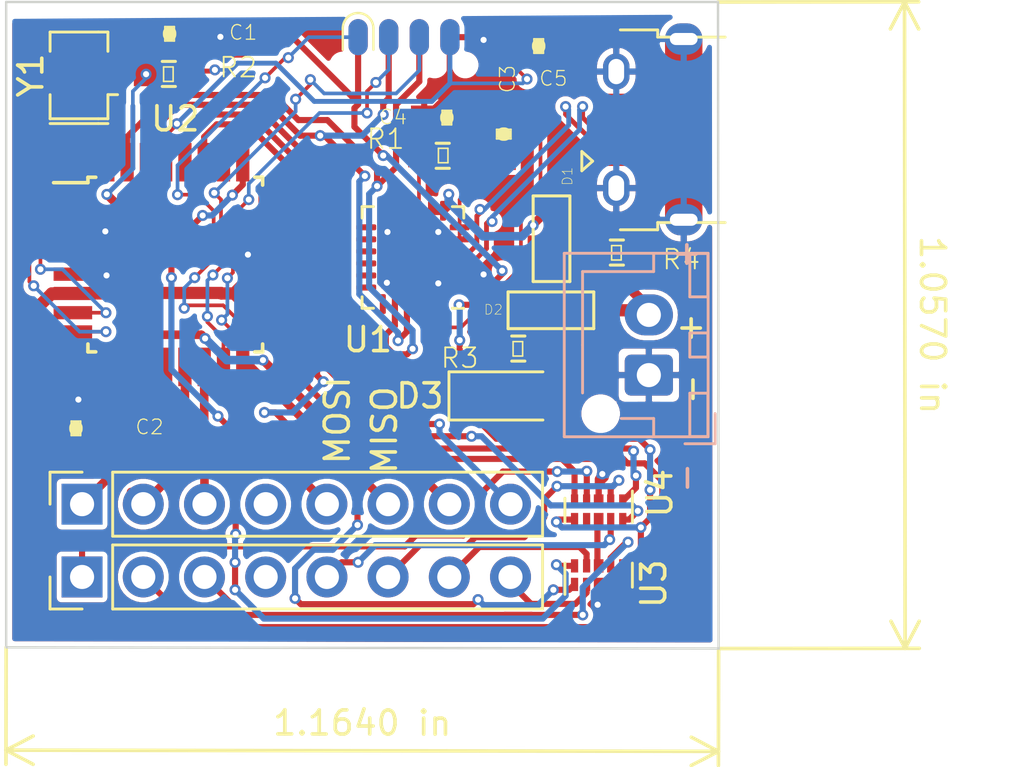
<source format=kicad_pcb>
(kicad_pcb (version 20171130) (host pcbnew "(5.1.6)-1")
  (layers (0 Top signal) (31 Bottom signal) (34 B.Paste user) (35 F.Paste user) (36 B.SilkS user) (37 F.SilkS user) (38 B.Mask user) (39 F.Mask user) (44 Edge.Cuts user))
  (net 0 "")
  (net 1 /RX)
  (net 2 /TX)
  (net 3 GND)
  (net 4 /RST)
  (net 5 /5v)
  (net 6 /PHONE_R1)
  (net 7 /PHONE_R2)
  (net 8 /PHONE_C1)
  (net 9 /PHONE_C2)
  (net 10 /PHONE_R4)
  (net 11 /PHONE_R3)
  (net 12 /PHONE_C3)
  (net 13 /KEYPAD_R1)
  (net 14 /KEYPAD_R2)
  (net 15 /KEYPAD_C1)
  (net 16 /KEYPAD_C2)
  (net 17 /KEYPAD_R4)
  (net 18 /KEYPAD_R3)
  (net 19 /KEYPAD_C3)
  (net 20 /10v)
  (net 21 /3v3)
  (net 22 /PHONE_C_A1)
  (net 23 /PHONE_C_A0)
  (net 24 /PHONE_R_A1)
  (net 25 /PHONE_R_A0)
  (net 26 /KEYPAD_EN)
  (net 27 /KEYPAD_COM)
  (net 28 /D+)
  (net 29 /D-)
  (net 30 /DTR)
  (net 31 /USART_RST)
  (net 32 /SCK)
  (net 33 /5v_USB)
  (net 34 /5v_RAW)
  (net 35 "Net-(U2-Pad8)")
  (net 36 "Net-(U2-Pad7)")
  (module JohnLibrary:R0603 (layer Top) (at 140.7414 79.3496)
    (fp_text reference R4 (at 2.6924 0.2794) (layer F.SilkS) (effects (font (size 0.8128 0.8128) (thickness 0.0762))))
    (fp_text value 10k hide)
    (pad 2 smd rect (at 0.9398 0.00762) (size 1.02362 0.99822) (layers Top F.Paste F.Mask) (net 3 GND))
    (pad 1 smd rect (at -0.92456 0) (size 1.016 0.99822) (layers Top F.Paste F.Mask) (net 20 /10v))
  )
  (module Crystal:Resonator_SMD_muRata_CSTxExxV-3Pin_3.0x1.1mm (layer Top) (at 118.4402 71.9836 90)
    (fp_text reference Y1 (at 0 -2 90) (layer F.SilkS))
    (fp_text value 16mhz)
    (pad 3 smd rect (at 1.2 0 90) (size 0.4 1.9) (layers Top F.Paste F.Mask) (net 36 "Net-(U2-Pad7)"))
    (pad 2 smd rect (at 0 0 90) (size 0.4 1.9) (layers Top F.Paste F.Mask) (net 3 GND))
    (pad 1 smd rect (at -1.2 0 90) (size 0.4 1.9) (layers Top F.Paste F.Mask) (net 35 "Net-(U2-Pad8)"))
  )
  (module JohnLibrary:R0603 (layer Top) (at 133.5532 75.311 180)
    (fp_text reference R1 (at 2.3876 0.6858) (layer F.SilkS) (effects (font (size 0.8128 0.8128) (thickness 0.0762))))
    (fp_text value 10k hide)
    (pad 2 smd rect (at 0.9398 0.00762 180) (size 1.02362 0.99822) (layers Top F.Paste F.Mask) (net 31 /USART_RST))
    (pad 1 smd rect (at -0.92456 0 180) (size 1.016 0.99822) (layers Top F.Paste F.Mask) (net 21 /3v3))
  )
  (module JohnLibrary:R0603 (layer Top) (at 136.652 83.3374)
    (fp_text reference R3 (at -2.413 0.381 180) (layer F.SilkS) (effects (font (size 0.8128 0.8128) (thickness 0.0762))))
    (fp_text value 20 hide)
    (pad 2 smd rect (at 0.9398 0.00762) (size 1.02362 0.99822) (layers Top F.Paste F.Mask) (net 34 /5v_RAW))
    (pad 1 smd rect (at -0.92456 0) (size 1.016 0.99822) (layers Top F.Paste F.Mask) (net 5 /5v))
  )
  (module Diode_SMD:D_SOD-123 (layer Top) (at 136.0424 85.2932)
    (fp_text reference D3 (at -3.4544 0) (layer F.SilkS))
    (fp_text value 5.1V)
    (pad 2 smd rect (at 1.65 0) (size 0.9 1.2) (layers Top F.Paste F.Mask) (net 3 GND))
    (pad 1 smd rect (at -1.65 0) (size 0.9 1.2) (layers Top F.Paste F.Mask) (net 5 /5v))
  )
  (module Connector_PinSocket_2.54mm:PinSocket_1x08_P2.54mm_Vertical (layer Top) (at 118.5672 89.789 90)
    (fp_text reference J4 hide)
    (fp_text value Conn_01x08)
    (pad 8 thru_hole oval (at 0 17.78 90) (size 1.7 1.7) (drill 1) (layers *.Cu *.Mask) (net 13 /KEYPAD_R1))
    (pad 7 thru_hole oval (at 0 15.24 90) (size 1.7 1.7) (drill 1) (layers *.Cu *.Mask) (net 14 /KEYPAD_R2))
    (pad 6 thru_hole oval (at 0 12.7 90) (size 1.7 1.7) (drill 1) (layers *.Cu *.Mask) (net 15 /KEYPAD_C1))
    (pad 5 thru_hole oval (at 0 10.16 90) (size 1.7 1.7) (drill 1) (layers *.Cu *.Mask) (net 16 /KEYPAD_C2))
    (pad 4 thru_hole oval (at 0 7.62 90) (size 1.7 1.7) (drill 1) (layers *.Cu *.Mask))
    (pad 3 thru_hole oval (at 0 5.08 90) (size 1.7 1.7) (drill 1) (layers *.Cu *.Mask) (net 17 /KEYPAD_R4))
    (pad 2 thru_hole oval (at 0 2.54 90) (size 1.7 1.7) (drill 1) (layers *.Cu *.Mask) (net 18 /KEYPAD_R3))
    (pad 1 thru_hole rect (at 0 0 90) (size 1.7 1.7) (drill 1) (layers *.Cu *.Mask) (net 19 /KEYPAD_C3))
  )
  (module Connector_PinHeader_2.54mm:PinHeader_1x08_P2.54mm_Vertical (layer Top) (at 118.5672 92.8116 90)
    (fp_text reference J3 hide)
    (fp_text value Conn_01x08)
    (pad 8 thru_hole oval (at 0 17.78 90) (size 1.7 1.7) (drill 1) (layers *.Cu *.Mask) (net 6 /PHONE_R1))
    (pad 7 thru_hole oval (at 0 15.24 90) (size 1.7 1.7) (drill 1) (layers *.Cu *.Mask) (net 7 /PHONE_R2))
    (pad 6 thru_hole oval (at 0 12.7 90) (size 1.7 1.7) (drill 1) (layers *.Cu *.Mask) (net 8 /PHONE_C1))
    (pad 5 thru_hole oval (at 0 10.16 90) (size 1.7 1.7) (drill 1) (layers *.Cu *.Mask) (net 9 /PHONE_C2))
    (pad 4 thru_hole oval (at 0 7.62 90) (size 1.7 1.7) (drill 1) (layers *.Cu *.Mask))
    (pad 3 thru_hole oval (at 0 5.08 90) (size 1.7 1.7) (drill 1) (layers *.Cu *.Mask) (net 10 /PHONE_R4))
    (pad 2 thru_hole oval (at 0 2.54 90) (size 1.7 1.7) (drill 1) (layers *.Cu *.Mask) (net 11 /PHONE_R3))
    (pad 1 thru_hole rect (at 0 0 90) (size 1.7 1.7) (drill 1) (layers *.Cu *.Mask) (net 12 /PHONE_C3))
  )
  (module Connector_JST:JST_XH_B2B-XH-AM_1x02_P2.50mm_Vertical (layer Bottom) (at 142.0876 84.4296 90)
    (fp_text reference J5 hide)
    (fp_text value Conn_01x02 hide)
    (pad "" np_thru_hole circle (at -1.6 -2 90) (size 1.2 1.2) (drill 1.2) (layers *.Cu *.Mask))
    (pad 2 thru_hole oval (at 2.5 0 90) (size 1.7 2) (drill 1) (layers *.Cu *.Mask) (net 20 /10v))
    (pad 1 thru_hole roundrect (at 0 0 90) (size 1.7 2) (drill 1) (layers *.Cu *.Mask) (roundrect_rratio 0.147059) (net 3 GND))
  )
  (module JohnLibrary:SOD-323 (layer Top) (at 138.0236 81.7372)
    (fp_text reference D2 (at -2.3876 -0.0254) (layer F.SilkS) (effects (font (size 0.4064 0.4064) (thickness 0.0254))))
    (fp_text value 1N4148WX-TP hide)
    (pad C smd rect (at -1.09982 0) (size 0.59944 0.59944) (layers Top F.Paste F.Mask) (net 34 /5v_RAW))
    (pad A smd rect (at 1.09982 0) (size 0.59944 0.59944) (layers Top F.Paste F.Mask) (net 20 /10v))
  )
  (module JohnLibrary:SOD-323 (layer Top) (at 138.049 78.7654 90)
    (fp_text reference D1 (at 2.5908 0.6604 90) (layer F.SilkS) (effects (font (size 0.4064 0.4064) (thickness 0.0254))))
    (fp_text value 1N4148WX-TP hide)
    (pad C smd rect (at -1.09982 0 90) (size 0.59944 0.59944) (layers Top F.Paste F.Mask) (net 34 /5v_RAW))
    (pad A smd rect (at 1.09982 0 90) (size 0.59944 0.59944) (layers Top F.Paste F.Mask) (net 33 /5v_USB))
  )
  (module JohnLibrary:C0603 (layer Top) (at 137.5156 70.7644)
    (fp_text reference C5 (at 0.6096 1.3462) (layer F.SilkS) (effects (font (size 0.6096 0.6096) (thickness 0.0508))))
    (fp_text value 100nf hide)
    (pad 2 smd rect (at 0.9398 0) (size 1.09982 0.99822) (layers Top F.Paste F.Mask) (net 30 /DTR))
    (pad 1 smd rect (at -0.9398 0) (size 1.09982 0.99822) (layers Top F.Paste F.Mask) (net 4 /RST))
  )
  (module JohnLibrary:R0603 (layer Top) (at 122.1486 71.9328)
    (fp_text reference R2 (at 2.8956 -0.2794) (layer F.SilkS) (effects (font (size 0.8128 0.8128) (thickness 0.0762))))
    (fp_text value 10k hide)
    (pad 2 smd rect (at 0.9398 0.00762) (size 1.02362 0.99822) (layers Top F.Paste F.Mask) (net 4 /RST))
    (pad 1 smd rect (at -0.92456 0) (size 1.016 0.99822) (layers Top F.Paste F.Mask) (net 5 /5v))
  )
  (module JohnLibrary:C0603 (layer Top) (at 133.7056 73.7362 180)
    (fp_text reference C4 (at 2.2352 0.0254) (layer F.SilkS) (effects (font (size 0.6096 0.6096) (thickness 0.0508))))
    (fp_text value 100nf hide)
    (pad 2 smd rect (at 0.9398 0 180) (size 1.09982 0.99822) (layers Top F.Paste F.Mask) (net 3 GND))
    (pad 1 smd rect (at -0.9398 0 180) (size 1.09982 0.99822) (layers Top F.Paste F.Mask) (net 21 /3v3))
  )
  (module JohnLibrary:C0603 (layer Top) (at 136.0678 74.422 90)
    (fp_text reference C3 (at 2.286 0.1524 90) (layer F.SilkS) (effects (font (size 0.6096 0.6096) (thickness 0.0508))))
    (fp_text value 1uf hide)
    (pad 2 smd rect (at 0.9398 0 90) (size 1.09982 0.99822) (layers Top F.Paste F.Mask) (net 3 GND))
    (pad 1 smd rect (at -0.9398 0 90) (size 1.09982 0.99822) (layers Top F.Paste F.Mask) (net 21 /3v3))
  )
  (module JohnLibrary:C0603 (layer Top) (at 118.3132 86.6394)
    (fp_text reference C2 (at 3.05308 -0.05588) (layer F.SilkS) (effects (font (size 0.6096 0.6096) (thickness 0.0508))))
    (fp_text value 100nf hide)
    (pad 2 smd rect (at 0.9398 0) (size 1.09982 0.99822) (layers Top F.Paste F.Mask) (net 3 GND))
    (pad 1 smd rect (at -0.9398 0) (size 1.09982 0.99822) (layers Top F.Paste F.Mask) (net 5 /5v))
  )
  (module JohnLibrary:C0603 (layer Top) (at 122.1994 70.2564)
    (fp_text reference C1 (at 3.05308 -0.05588) (layer F.SilkS) (effects (font (size 0.6096 0.6096) (thickness 0.0508))))
    (fp_text value 1uf hide)
    (pad 2 smd rect (at 0.9398 0) (size 1.09982 0.99822) (layers Top F.Paste F.Mask) (net 3 GND))
    (pad 1 smd rect (at -0.9398 0) (size 1.09982 0.99822) (layers Top F.Paste F.Mask) (net 5 /5v))
  )
  (module Package_SON:USON-10_2.5x1.0mm_P0.5mm (layer Top) (at 140.0048 90.043 270)
    (fp_text reference U4 (at -0.7112 -2.54 90) (layer F.SilkS))
    (fp_text value TMUX1204)
    (pad 8 smd rect (at 0.385 0 180) (size 0.4 0.55) (layers Top F.Paste F.Mask) (net 27 /KEYPAD_COM))
    (pad 10 smd rect (at 0.385 -1 180) (size 0.3 0.55) (layers Top F.Paste F.Mask) (net 22 /PHONE_C_A1))
    (pad 7 smd rect (at 0.385 0.5 180) (size 0.3 0.55) (layers Top F.Paste F.Mask))
    (pad 6 smd rect (at 0.385 1 180) (size 0.3 0.55) (layers Top F.Paste F.Mask) (net 5 /5v))
    (pad 9 smd rect (at 0.385 -0.5 180) (size 0.3 0.55) (layers Top F.Paste F.Mask) (net 9 /PHONE_C2))
    (pad 5 smd rect (at -0.385 1 180) (size 0.3 0.55) (layers Top F.Paste F.Mask) (net 26 /KEYPAD_EN))
    (pad 4 smd rect (at -0.385 0.5 180) (size 0.3 0.55) (layers Top F.Paste F.Mask) (net 12 /PHONE_C3))
    (pad 3 smd rect (at -0.385 0 180) (size 0.4 0.55) (layers Top F.Paste F.Mask) (net 3 GND))
    (pad 2 smd rect (at -0.385 -0.5 180) (size 0.3 0.55) (layers Top F.Paste F.Mask) (net 8 /PHONE_C1))
    (pad 1 smd rect (at -0.385 -1 180) (size 0.3 0.55) (layers Top F.Paste F.Mask) (net 23 /PHONE_C_A0))
  )
  (module Package_SON:USON-10_2.5x1.0mm_P0.5mm (layer Top) (at 140.0048 92.7354 90)
    (fp_text reference U3 (at -0.3556 2.286 270) (layer F.SilkS))
    (fp_text value TMUX1204)
    (pad 8 smd rect (at 0.385 0) (size 0.4 0.55) (layers Top F.Paste F.Mask) (net 27 /KEYPAD_COM))
    (pad 10 smd rect (at 0.385 -1) (size 0.3 0.55) (layers Top F.Paste F.Mask) (net 24 /PHONE_R_A1))
    (pad 7 smd rect (at 0.385 0.5) (size 0.3 0.55) (layers Top F.Paste F.Mask) (net 10 /PHONE_R4))
    (pad 6 smd rect (at 0.385 1) (size 0.3 0.55) (layers Top F.Paste F.Mask) (net 5 /5v))
    (pad 9 smd rect (at 0.385 -0.5) (size 0.3 0.55) (layers Top F.Paste F.Mask) (net 7 /PHONE_R2))
    (pad 5 smd rect (at -0.385 1) (size 0.3 0.55) (layers Top F.Paste F.Mask) (net 26 /KEYPAD_EN))
    (pad 4 smd rect (at -0.385 0.5) (size 0.3 0.55) (layers Top F.Paste F.Mask) (net 11 /PHONE_R3))
    (pad 3 smd rect (at -0.385 0) (size 0.4 0.55) (layers Top F.Paste F.Mask) (net 3 GND))
    (pad 2 smd rect (at -0.385 -0.5) (size 0.3 0.55) (layers Top F.Paste F.Mask) (net 6 /PHONE_R1))
    (pad 1 smd rect (at -0.385 -1) (size 0.3 0.55) (layers Top F.Paste F.Mask) (net 25 /PHONE_R_A0))
  )
  (module Package_QFP:TQFP-32_7x7mm_P0.8mm (layer Top) (at 122.4362 79.8384)
    (fp_text reference U2 (at 0 -6.05) (layer F.SilkS))
    (fp_text value ATMEGA328P-MU)
    (pad 32 smd rect (at -2.8 -4.25 90) (size 1.6 0.55) (layers Top F.Paste F.Mask))
    (pad 31 smd rect (at -2 -4.25 90) (size 1.6 0.55) (layers Top F.Paste F.Mask) (net 2 /TX))
    (pad 30 smd rect (at -1.2 -4.25 90) (size 1.6 0.55) (layers Top F.Paste F.Mask) (net 1 /RX))
    (pad 29 smd rect (at -0.4 -4.25 90) (size 1.6 0.55) (layers Top F.Paste F.Mask) (net 4 /RST))
    (pad 28 smd rect (at 0.4 -4.25 90) (size 1.6 0.55) (layers Top F.Paste F.Mask) (net 13 /KEYPAD_R1))
    (pad 27 smd rect (at 1.2 -4.25 90) (size 1.6 0.55) (layers Top F.Paste F.Mask) (net 22 /PHONE_C_A1))
    (pad 26 smd rect (at 2 -4.25 90) (size 1.6 0.55) (layers Top F.Paste F.Mask) (net 23 /PHONE_C_A0))
    (pad 25 smd rect (at 2.8 -4.25 90) (size 1.6 0.55) (layers Top F.Paste F.Mask) (net 24 /PHONE_R_A1))
    (pad 24 smd rect (at 4.25 -2.8) (size 1.6 0.55) (layers Top F.Paste F.Mask) (net 25 /PHONE_R_A0))
    (pad 23 smd rect (at 4.25 -2) (size 1.6 0.55) (layers Top F.Paste F.Mask) (net 26 /KEYPAD_EN))
    (pad 22 smd rect (at 4.25 -1.2) (size 1.6 0.55) (layers Top F.Paste F.Mask))
    (pad 21 smd rect (at 4.25 -0.4) (size 1.6 0.55) (layers Top F.Paste F.Mask) (net 3 GND))
    (pad 20 smd rect (at 4.25 0.4) (size 1.6 0.55) (layers Top F.Paste F.Mask) (net 5 /5v))
    (pad 19 smd rect (at 4.25 1.2) (size 1.6 0.55) (layers Top F.Paste F.Mask))
    (pad 18 smd rect (at 4.25 2) (size 1.6 0.55) (layers Top F.Paste F.Mask) (net 5 /5v))
    (pad 17 smd rect (at 4.25 2.8) (size 1.6 0.55) (layers Top F.Paste F.Mask) (net 32 /SCK))
    (pad 16 smd rect (at 2.8 4.25 90) (size 1.6 0.55) (layers Top F.Paste F.Mask) (net 15 /KEYPAD_C1))
    (pad 15 smd rect (at 2 4.25 90) (size 1.6 0.55) (layers Top F.Paste F.Mask) (net 16 /KEYPAD_C2))
    (pad 14 smd rect (at 1.2 4.25 90) (size 1.6 0.55) (layers Top F.Paste F.Mask) (net 17 /KEYPAD_R4))
    (pad 13 smd rect (at 0.4 4.25 90) (size 1.6 0.55) (layers Top F.Paste F.Mask) (net 18 /KEYPAD_R3))
    (pad 12 smd rect (at -0.4 4.25 90) (size 1.6 0.55) (layers Top F.Paste F.Mask) (net 19 /KEYPAD_C3))
    (pad 11 smd rect (at -1.2 4.25 90) (size 1.6 0.55) (layers Top F.Paste F.Mask) (net 14 /KEYPAD_R2))
    (pad 10 smd rect (at -2 4.25 90) (size 1.6 0.55) (layers Top F.Paste F.Mask))
    (pad 9 smd rect (at -2.8 4.25 90) (size 1.6 0.55) (layers Top F.Paste F.Mask))
    (pad 8 smd rect (at -4.25 2.8) (size 1.6 0.55) (layers Top F.Paste F.Mask) (net 35 "Net-(U2-Pad8)"))
    (pad 7 smd rect (at -4.25 2) (size 1.6 0.55) (layers Top F.Paste F.Mask) (net 36 "Net-(U2-Pad7)"))
    (pad 6 smd rect (at -4.25 1.2) (size 1.6 0.55) (layers Top F.Paste F.Mask) (net 5 /5v))
    (pad 5 smd rect (at -4.25 0.4) (size 1.6 0.55) (layers Top F.Paste F.Mask) (net 3 GND))
    (pad 4 smd rect (at -4.25 -0.4) (size 1.6 0.55) (layers Top F.Paste F.Mask) (net 5 /5v))
    (pad 3 smd rect (at -4.25 -1.2) (size 1.6 0.55) (layers Top F.Paste F.Mask) (net 3 GND))
    (pad 2 smd rect (at -4.25 -2) (size 1.6 0.55) (layers Top F.Paste F.Mask))
    (pad 1 smd rect (at -4.25 -2.8) (size 1.6 0.55) (layers Top F.Paste F.Mask))
  )
  (module Package_DFN_QFN:QFN-24-1EP_4x4mm_P0.5mm_EP2.6x2.6mm (layer Top) (at 132.2982 79.5424 180)
    (fp_text reference U1 (at 1.8692 -3.414) (layer F.SilkS))
    (fp_text value CP2102N-A01-GQFN24)
    (pad 25 smd rect (at 0 0 180) (size 2.6 2.6) (layers Top F.Mask) (net 3 GND))
    (pad 24 smd roundrect (at -1.25 -1.9375 180) (size 0.25 0.825) (layers Top F.Paste F.Mask))
    (pad 23 smd roundrect (at -0.75 -1.9375 180) (size 0.25 0.825) (layers Top F.Paste F.Mask) (net 30 /DTR))
    (pad 22 smd roundrect (at -0.25 -1.9375 180) (size 0.25 0.825) (layers Top F.Paste F.Mask))
    (pad 21 smd roundrect (at 0.25 -1.9375 180) (size 0.25 0.825) (layers Top F.Paste F.Mask) (net 1 /RX))
    (pad 20 smd roundrect (at 0.75 -1.9375 180) (size 0.25 0.825) (layers Top F.Paste F.Mask) (net 2 /TX))
    (pad 19 smd roundrect (at 1.25 -1.9375 180) (size 0.25 0.825) (layers Top F.Paste F.Mask))
    (pad 18 smd roundrect (at 1.9375 -1.25 180) (size 0.825 0.25) (layers Top F.Paste F.Mask))
    (pad 17 smd roundrect (at 1.9375 -0.75 180) (size 0.825 0.25) (layers Top F.Paste F.Mask))
    (pad 16 smd roundrect (at 1.9375 -0.25 180) (size 0.825 0.25) (layers Top F.Paste F.Mask))
    (pad 15 smd roundrect (at 1.9375 0.25 180) (size 0.825 0.25) (layers Top F.Paste F.Mask))
    (pad 14 smd roundrect (at 1.9375 0.75 180) (size 0.825 0.25) (layers Top F.Paste F.Mask))
    (pad 13 smd roundrect (at 1.9375 1.25 180) (size 0.825 0.25) (layers Top F.Paste F.Mask))
    (pad 12 smd roundrect (at 1.25 1.9375 180) (size 0.25 0.825) (layers Top F.Paste F.Mask))
    (pad 11 smd roundrect (at 0.75 1.9375 180) (size 0.25 0.825) (layers Top F.Paste F.Mask))
    (pad 10 smd roundrect (at 0.25 1.9375 180) (size 0.25 0.825) (layers Top F.Paste F.Mask))
    (pad 9 smd roundrect (at -0.25 1.9375 180) (size 0.25 0.825) (layers Top F.Paste F.Mask) (net 31 /USART_RST))
    (pad 8 smd roundrect (at -0.75 1.9375 180) (size 0.25 0.825) (layers Top F.Paste F.Mask) (net 33 /5v_USB))
    (pad 7 smd roundrect (at -1.25 1.9375 180) (size 0.25 0.825) (layers Top F.Paste F.Mask) (net 33 /5v_USB))
    (pad 6 smd roundrect (at -1.9375 1.25 180) (size 0.825 0.25) (layers Top F.Paste F.Mask) (net 21 /3v3))
    (pad 5 smd roundrect (at -1.9375 0.75 180) (size 0.825 0.25) (layers Top F.Paste F.Mask) (net 21 /3v3))
    (pad 4 smd roundrect (at -1.9375 0.25 180) (size 0.825 0.25) (layers Top F.Paste F.Mask) (net 29 /D-))
    (pad 3 smd roundrect (at -1.9375 -0.25 180) (size 0.825 0.25) (layers Top F.Paste F.Mask) (net 28 /D+))
    (pad 2 smd roundrect (at -1.9375 -0.75 180) (size 0.825 0.25) (layers Top F.Paste F.Mask) (net 3 GND))
    (pad 1 smd roundrect (at -1.9375 -1.25 180) (size 0.825 0.25) (layers Top F.Paste F.Mask))
  )
  (module Connector_USB:USB_Micro-B_Amphenol_10118194-0001LF_Horizontal (layer Top) (at 142.621 74.2188 90)
    (fp_text reference J2 hide)
    (fp_text value USB_B_Micro)
    (pad 6 smd rect (at 3.0988 0.9144 180) (size 1.55 1.45) (layers Top F.Paste F.Mask) (net 3 GND))
    (pad 6 smd rect (at -3.0988 0.9144 180) (size 1.55 1.45) (layers Top F.Paste F.Mask) (net 3 GND))
    (pad 6 thru_hole oval (at 3.7465 0.9144 180) (size 1.55 1.3) (drill oval 1.15 0.5) (layers *.Cu *.Mask) (net 3 GND))
    (pad 6 smd rect (at 1.016 0.9144 180) (size 1.55 1.5) (layers Top F.Paste F.Mask) (net 3 GND))
    (pad 6 smd rect (at -1.016 0.9144 180) (size 1.55 1.5) (layers Top F.Paste F.Mask) (net 3 GND))
    (pad 6 thru_hole oval (at -3.7592 0.9144 180) (size 1.55 1.3) (drill oval 1.15 0.5) (layers *.Cu *.Mask) (net 3 GND))
    (pad 6 thru_hole oval (at 2.395 -1.885 270) (size 1.5 1.1) (drill oval 1.05 0.65) (layers *.Cu *.Mask) (net 3 GND))
    (pad 6 thru_hole oval (at -2.445 -1.885 270) (size 1.5 1.1) (drill oval 1.05 0.65) (layers *.Cu *.Mask) (net 3 GND))
    (pad 5 smd rect (at 1.275 -1.765 180) (size 1.65 0.4) (layers Top F.Paste F.Mask) (net 3 GND))
    (pad 4 smd rect (at 0.625 -1.765 180) (size 1.65 0.4) (layers Top F.Paste F.Mask))
    (pad 3 smd rect (at -0.025 -1.765 180) (size 1.65 0.4) (layers Top F.Paste F.Mask) (net 28 /D+))
    (pad 2 smd rect (at -0.675 -1.765 180) (size 1.65 0.4) (layers Top F.Paste F.Mask) (net 29 /D-))
    (pad 1 smd rect (at -1.325 -1.765 180) (size 1.65 0.4) (layers Top F.Paste F.Mask) (net 33 /5v_USB))
  )
  (module John-Connector:SOIC_clipProgSmall (layer Top) (at 131.9276 69.6468 180)
    (fp_text reference J1 hide)
    (fp_text value Conn_02x04_Odd_Even)
    (pad "" np_thru_hole circle (at 2.54 -1.905 180) (size 0.7 0.7) (drill 0.7) (layers *.Cu *.Mask))
    (pad "" np_thru_hole circle (at 1.27 -1.905 180) (size 0.7 0.7) (drill 0.7) (layers *.Cu *.Mask))
    (pad "" np_thru_hole circle (at 0 -1.905 180) (size 0.7 0.7) (drill 0.7) (layers *.Cu *.Mask))
    (pad "" np_thru_hole circle (at -1.27 -1.905 180) (size 0.7 0.7) (drill 0.7) (layers *.Cu *.Mask))
    (pad "" np_thru_hole circle (at -2.54 -1.905 180) (size 0.7 0.7) (drill 0.7) (layers *.Cu *.Mask))
    (pad 2 smd oval (at 1.905 -0.75 180) (size 0.8 1.5) (layers Bottom B.Mask) (net 32 /SCK))
    (pad 4 smd oval (at 0.635 -0.75 180) (size 0.8 1.5) (layers Bottom B.Mask) (net 15 /KEYPAD_C1))
    (pad 6 smd oval (at -0.635 -0.75 180) (size 0.8 1.5) (layers Bottom B.Mask) (net 16 /KEYPAD_C2))
    (pad 1 smd oval (at 1.905 -0.75 180) (size 0.8 1.5) (layers Top F.Mask) (net 5 /5v))
    (pad 3 smd oval (at 0.635 -0.75 180) (size 0.8 1.5) (layers Top F.Mask) (net 1 /RX))
    (pad 5 smd oval (at -0.635 -0.75 180) (size 0.8 1.5) (layers Top F.Mask) (net 2 /TX))
    (pad 7 smd oval (at -1.905 -0.75 180) (size 0.8 1.5) (layers Top F.Mask) (net 3 GND))
    (pad 8 smd oval (at -1.905 -0.75 180) (size 0.8 1.5) (layers Bottom B.Mask) (net 4 /RST))
  )
  (gr_text - (at 143.764 88.6968 270) (layer B.SilkS) (effects (font (size 1 1))))
  (gr_text - (at 143.9926 85.0138 270) (layer F.SilkS) (effects (font (size 1 1))))
  (gr_text + (at 143.738601 79.4004 270) (layer B.SilkS) (effects (font (size 1 1))))
  (gr_text + (at 143.9164 82.4738 270) (layer F.SilkS) (effects (font (size 1 1))))
  (gr_text MISO (at 131.1148 86.7156 90) (layer F.SilkS) (effects (font (size 1 1))))
  (gr_text MOSI (at 129.159 86.3092 90) (layer F.SilkS) (effects (font (size 1 1))))
  (dimension 26.847812 (width 0.15) (layer F.SilkS) (gr_text "26.848 mm" (at 154.010495 82.350947 -89.94579398) (layer F.SilkS) (effects (font (size 1 1) (thickness 0.15)))) (feature1 (pts (xy 144.9578 68.9356) (xy 153.284216 68.927723))) (feature2 (pts (xy 144.9832 95.7834) (xy 153.309616 95.775523))) (crossbar (pts (xy 152.723196 95.776077) (xy 152.697796 68.928277))) (arrow1a (pts (xy 152.697796 68.928277) (xy 153.285282 70.054225))) (arrow1b (pts (xy 152.697796 68.928277) (xy 152.112441 70.055335))) (arrow2a (pts (xy 152.723196 95.776077) (xy 153.308551 94.649019))) (arrow2b (pts (xy 152.723196 95.776077) (xy 152.13571 94.650129))))
  (dimension 29.565644 (width 0.15) (layer F.SilkS) (gr_text "29.566 mm" (at 130.190829 101.327992 359.9015537) (layer F.SilkS) (effects (font (size 1 1) (thickness 0.15)))) (feature1 (pts (xy 144.9832 95.7834) (xy 144.974856 100.639814))) (feature2 (pts (xy 115.4176 95.7326) (xy 115.409256 100.589014))) (crossbar (pts (xy 115.410263 100.002594) (xy 144.975863 100.053394))) (arrow1a (pts (xy 144.975863 100.053394) (xy 143.848353 100.637878))) (arrow1b (pts (xy 144.975863 100.053394) (xy 143.850368 99.465039))) (arrow2a (pts (xy 115.410263 100.002594) (xy 116.535758 100.590949))) (arrow2b (pts (xy 115.410263 100.002594) (xy 116.537773 99.41811))))
  (gr_line (start 115.4176 95.7326) (end 115.4176 68.9356) (layer Edge.Cuts) (width 0.1))
  (gr_line (start 144.9832 95.7834) (end 115.4176 95.7326) (layer Edge.Cuts) (width 0.1))
  (gr_line (start 144.9578 68.9356) (end 144.9832 95.7834) (layer Edge.Cuts) (width 0.1))
  (gr_line (start 115.4176 68.9356) (end 144.9578 68.9356) (layer Edge.Cuts) (width 0.1))
  (segment (start 131.2926 70.3968) (end 131.2926 72.932849) (width 0.254) (layer Top) (net 1))
  (segment (start 131.2926 72.932849) (end 131.064002 73.161447) (width 0.254) (layer Top) (net 1))
  (segment (start 131.064002 73.161447) (end 131.064002 73.609198) (width 0.254) (layer Top) (net 1))
  (via (at 131.064002 73.609198) (size 0.4572) (drill 0.254) (layers Top Bottom) (net 1))
  (via (at 130.30199 76.160444) (size 0.4572) (drill 0.254) (layers Top Bottom) (net 1))
  (segment (start 131.064002 73.609198) (end 130.188129 74.485071) (width 0.254) (layer Bottom) (net 1))
  (segment (start 130.188129 74.485071) (end 128.449699 74.485071) (width 0.254) (layer Bottom) (net 1))
  (via (at 128.449699 74.485071) (size 0.4572) (drill 0.254) (layers Top Bottom) (net 1))
  (segment (start 128.626617 74.485071) (end 128.449699 74.485071) (width 0.254) (layer Top) (net 1))
  (segment (start 130.30199 76.160444) (end 128.626617 74.485071) (width 0.254) (layer Top) (net 1))
  (segment (start 132.0482 82.629529) (end 131.681147 82.996582) (width 0.254) (layer Top) (net 1))
  (segment (start 132.0482 81.4799) (end 132.0482 82.629529) (width 0.254) (layer Top) (net 1))
  (via (at 131.681147 82.996582) (size 0.4572) (drill 0.254) (layers Top Bottom) (net 1))
  (segment (start 130.073389 81.065535) (end 131.681147 82.673293) (width 0.254) (layer Bottom) (net 1))
  (segment (start 131.681147 82.673293) (end 131.681147 82.996582) (width 0.254) (layer Bottom) (net 1))
  (segment (start 130.073389 76.389045) (end 130.073389 81.065535) (width 0.254) (layer Bottom) (net 1))
  (segment (start 130.30199 76.160444) (end 130.073389 76.389045) (width 0.254) (layer Bottom) (net 1))
  (segment (start 121.2362 75.5884) (end 121.2362 74.5344) (width 0.254) (layer Top) (net 1))
  (segment (start 127.616312 74.485071) (end 128.449699 74.485071) (width 0.254) (layer Top) (net 1))
  (segment (start 126.334008 73.202767) (end 127.616312 74.485071) (width 0.254) (layer Top) (net 1))
  (segment (start 122.567833 73.202767) (end 126.334008 73.202767) (width 0.254) (layer Top) (net 1))
  (segment (start 121.2362 74.5344) (end 122.567833 73.202767) (width 0.254) (layer Top) (net 1))
  (via (at 132.2832 83.3374) (size 0.4572) (drill 0.254) (layers Top Bottom) (net 2))
  (via (at 130.81 76.581) (size 0.4572) (drill 0.254) (layers Top Bottom) (net 2))
  (segment (start 132.5626 70.3968) (end 132.5626 72.2376) (width 0.254) (layer Top) (net 2))
  (segment (start 131.597399 73.202801) (end 131.597399 75.793601) (width 0.254) (layer Top) (net 2))
  (segment (start 132.5626 72.2376) (end 131.597399 73.202801) (width 0.254) (layer Top) (net 2))
  (segment (start 131.597399 75.793601) (end 130.81 76.581) (width 0.254) (layer Top) (net 2))
  (segment (start 131.173145 82.75274) (end 131.173145 83.240424) (width 0.254) (layer Top) (net 2))
  (segment (start 131.173145 83.240424) (end 131.49872 83.565999) (width 0.254) (layer Top) (net 2))
  (segment (start 132.054601 83.565999) (end 132.2832 83.3374) (width 0.254) (layer Top) (net 2))
  (segment (start 131.5482 81.4799) (end 131.5482 82.377687) (width 0.254) (layer Top) (net 2))
  (segment (start 131.49872 83.565999) (end 132.054601 83.565999) (width 0.254) (layer Top) (net 2))
  (segment (start 131.5482 82.377687) (end 131.173145 82.75274) (width 0.254) (layer Top) (net 2))
  (segment (start 130.4798 76.9112) (end 130.81 76.581) (width 0.254) (layer Bottom) (net 2))
  (segment (start 130.4798 80.772) (end 130.4798 76.9112) (width 0.254) (layer Bottom) (net 2))
  (segment (start 132.2832 82.5754) (end 130.4798 80.772) (width 0.254) (layer Bottom) (net 2))
  (segment (start 132.2832 83.3374) (end 132.2832 82.5754) (width 0.254) (layer Bottom) (net 2))
  (segment (start 130.81 75.902111) (end 130.81 76.581) (width 0.254) (layer Top) (net 2))
  (segment (start 128.745701 73.837812) (end 130.81 75.902111) (width 0.254) (layer Top) (net 2))
  (segment (start 127.543804 73.837812) (end 128.745701 73.837812) (width 0.254) (layer Top) (net 2))
  (segment (start 122.174244 72.796356) (end 126.502348 72.796356) (width 0.254) (layer Top) (net 2))
  (segment (start 120.4362 74.5344) (end 122.174244 72.796356) (width 0.254) (layer Top) (net 2))
  (segment (start 120.4362 75.5884) (end 120.4362 74.5344) (width 0.254) (layer Top) (net 2))
  (segment (start 126.502348 72.796356) (end 127.543804 73.837812) (width 0.254) (layer Top) (net 2))
  (via (at 131.2418 78.486) (size 0.4572) (drill 0.254) (layers Top Bottom) (net 3))
  (via (at 133.35 78.486) (size 0.4572) (drill 0.254) (layers Top Bottom) (net 3))
  (via (at 133.35 80.6196) (size 0.4572) (drill 0.254) (layers Top Bottom) (net 3))
  (via (at 131.2164 80.5942) (size 0.4572) (drill 0.254) (layers Top Bottom) (net 3))
  (via (at 135.2296 80.2484) (size 0.4572) (drill 0.254) (layers Top Bottom) (net 3))
  (segment (start 134.2357 80.2924) (end 135.1856 80.2924) (width 0.1778) (layer Top) (net 3))
  (segment (start 135.1856 80.2924) (end 135.2296 80.2484) (width 0.1778) (layer Top) (net 3))
  (segment (start 119.253 86.6394) (end 119.253 86.2838) (width 0.2032) (layer Top) (net 3))
  (via (at 118.4148 85.4456) (size 0.4572) (drill 0.254) (layers Top Bottom) (net 3))
  (segment (start 119.253 86.2838) (end 118.4148 85.4456) (width 0.2032) (layer Top) (net 3))
  (segment (start 133.801601 70.427799) (end 133.8326 70.3968) (width 0.2032) (layer Top) (net 3))
  (segment (start 133.801601 72.700399) (end 133.801601 70.427799) (width 0.2032) (layer Top) (net 3))
  (segment (start 132.7658 73.7362) (end 133.801601 72.700399) (width 0.2032) (layer Top) (net 3))
  (via (at 125.4506 79.4258) (size 0.4572) (drill 0.254) (layers Top Bottom) (net 3))
  (segment (start 125.4632 79.4384) (end 125.4506 79.4258) (width 0.3048) (layer Top) (net 3))
  (segment (start 126.6862 79.4384) (end 125.4632 79.4384) (width 0.3048) (layer Top) (net 3))
  (segment (start 133.8326 70.3968) (end 135.116 70.3968) (width 0.2032) (layer Top) (net 3))
  (segment (start 135.116 70.3968) (end 135.2296 70.5104) (width 0.2032) (layer Top) (net 3))
  (via (at 135.2296 70.5104) (size 0.4572) (drill 0.254) (layers Top Bottom) (net 3))
  (via (at 139.963089 93.963689) (size 0.4572) (drill 0.254) (layers Top Bottom) (net 3))
  (segment (start 140.0048 93.1204) (end 140.0048 93.921978) (width 0.254) (layer Top) (net 3))
  (segment (start 140.0048 93.921978) (end 139.963089 93.963689) (width 0.254) (layer Top) (net 3))
  (via (at 140.1572 88.535242) (size 0.4572) (drill 0.254) (layers Top Bottom) (net 3))
  (segment (start 140.0048 89.658) (end 140.0048 88.687642) (width 0.254) (layer Top) (net 3))
  (segment (start 140.0048 88.687642) (end 140.1572 88.535242) (width 0.254) (layer Top) (net 3))
  (segment (start 119.5322 80.2384) (end 119.5832 80.2894) (width 0.508) (layer Top) (net 3))
  (via (at 119.5832 80.2894) (size 0.4572) (drill 0.254) (layers Top Bottom) (net 3))
  (segment (start 118.1862 80.2384) (end 119.5322 80.2384) (width 0.508) (layer Top) (net 3))
  (segment (start 118.1862 78.6384) (end 119.3546 78.6384) (width 0.508) (layer Top) (net 3))
  (segment (start 119.3546 78.6384) (end 119.5324 78.4606) (width 0.508) (layer Top) (net 3))
  (via (at 119.5324 78.4606) (size 0.4572) (drill 0.254) (layers Top Bottom) (net 3))
  (via (at 124.3076 70.3834) (size 0.4572) (drill 0.254) (layers Top Bottom) (net 3))
  (segment (start 123.1392 70.2564) (end 124.1806 70.2564) (width 0.1524) (layer Top) (net 3))
  (segment (start 124.1806 70.2564) (end 124.3076 70.3834) (width 0.1524) (layer Top) (net 3))
  (via (at 122.5042 73.9902) (size 0.4572) (drill 0.254) (layers Top Bottom) (net 4))
  (segment (start 122.0362 75.5884) (end 122.0362 74.4582) (width 0.2032) (layer Top) (net 4))
  (segment (start 122.0362 74.4582) (end 122.5042 73.9902) (width 0.2032) (layer Top) (net 4))
  (via (at 124.079 71.755) (size 0.4572) (drill 0.254) (layers Top Bottom) (net 4))
  (segment (start 123.22302 71.8058) (end 123.0884 71.94042) (width 0.2032) (layer Top) (net 4))
  (segment (start 124.1044 71.8058) (end 123.22302 71.8058) (width 0.2032) (layer Top) (net 4))
  (segment (start 133.8326 72.3138) (end 133.8326 70.3968) (width 0.2032) (layer Bottom) (net 4))
  (via (at 137.033 72.136) (size 0.4572) (drill 0.254) (layers Top Bottom) (net 4))
  (segment (start 136.5758 71.6788) (end 137.033 72.136) (width 0.1524) (layer Top) (net 4))
  (segment (start 136.8552 72.3138) (end 137.033 72.136) (width 0.1524) (layer Bottom) (net 4))
  (segment (start 136.5758 70.7644) (end 136.5758 71.6788) (width 0.1524) (layer Top) (net 4))
  (segment (start 133.8326 72.3138) (end 136.8552 72.3138) (width 0.1524) (layer Bottom) (net 4))
  (segment (start 128.203429 73.063081) (end 133.083319 73.063081) (width 0.2032) (layer Bottom) (net 4))
  (segment (start 126.615948 71.4756) (end 128.203429 73.063081) (width 0.2032) (layer Bottom) (net 4))
  (segment (start 122.5042 73.9902) (end 125.0188 71.4756) (width 0.2032) (layer Bottom) (net 4))
  (segment (start 133.083319 73.063081) (end 133.8326 72.3138) (width 0.2032) (layer Bottom) (net 4))
  (segment (start 125.0188 71.4756) (end 126.615948 71.4756) (width 0.2032) (layer Bottom) (net 4))
  (segment (start 124.7394 71.755) (end 125.0188 71.4756) (width 0.1524) (layer Bottom) (net 4))
  (segment (start 124.079 71.755) (end 124.7394 71.755) (width 0.1524) (layer Bottom) (net 4))
  (segment (start 125.679678 80.2384) (end 126.6862 80.2384) (width 0.508) (layer Top) (net 5))
  (segment (start 124.879678 81.0384) (end 125.679678 80.2384) (width 0.508) (layer Top) (net 5))
  (via (at 131.064 75.311) (size 0.4572) (drill 0.254) (layers Top Bottom) (net 5))
  (segment (start 120.6624 81.0384) (end 121.044 81.0384) (width 0.508) (layer Top) (net 5))
  (segment (start 121.044 81.0384) (end 121.0564 81.026) (width 0.508) (layer Top) (net 5))
  (segment (start 118.1862 81.0384) (end 120.6624 81.0384) (width 0.508) (layer Top) (net 5))
  (segment (start 120.6624 81.0384) (end 120.6624 80.3526) (width 0.508) (layer Top) (net 5))
  (segment (start 119.7482 79.4384) (end 118.1862 79.4384) (width 0.508) (layer Top) (net 5))
  (segment (start 120.6624 80.3526) (end 119.7482 79.4384) (width 0.508) (layer Top) (net 5))
  (segment (start 126.666225 81.818425) (end 125.659703 81.818425) (width 0.508) (layer Top) (net 5))
  (segment (start 126.6862 81.8384) (end 126.666225 81.818425) (width 0.508) (layer Top) (net 5))
  (segment (start 120.684348 81.016452) (end 124.323456 81.016452) (width 0.508) (layer Top) (net 5))
  (segment (start 120.6624 81.0384) (end 120.684348 81.016452) (width 0.508) (layer Top) (net 5))
  (segment (start 125.659703 81.818425) (end 124.879678 81.0384) (width 0.508) (layer Top) (net 5))
  (segment (start 124.345404 81.0384) (end 124.879678 81.0384) (width 0.508) (layer Top) (net 5))
  (segment (start 124.323456 81.016452) (end 124.345404 81.0384) (width 0.508) (layer Top) (net 5))
  (via (at 119.5959 76.9239) (size 0.4572) (drill 0.254) (layers Top Bottom) (net 5))
  (segment (start 129.870199 74.117199) (end 131.064 75.311) (width 0.254) (layer Top) (net 5))
  (segment (start 130.0226 73.187558) (end 129.870199 73.339959) (width 0.254) (layer Top) (net 5))
  (segment (start 129.870199 73.339959) (end 129.870199 74.117199) (width 0.254) (layer Top) (net 5))
  (via (at 141.7574 90.7542) (size 0.4572) (drill 0.254) (layers Top Bottom) (net 5))
  (segment (start 141.7574 92.0018) (end 141.7574 90.7542) (width 0.254) (layer Top) (net 5))
  (segment (start 141.4088 92.3504) (end 141.7574 92.0018) (width 0.254) (layer Top) (net 5))
  (segment (start 141.0048 92.3504) (end 141.4088 92.3504) (width 0.254) (layer Top) (net 5))
  (via (at 138.252202 90.5256) (size 0.4572) (drill 0.254) (layers Top Bottom) (net 5))
  (segment (start 138.349802 90.428) (end 138.252202 90.5256) (width 0.254) (layer Top) (net 5))
  (segment (start 139.0048 90.428) (end 138.349802 90.428) (width 0.254) (layer Top) (net 5))
  (via (at 134.239 82.9818) (size 0.4572) (drill 0.254) (layers Top Bottom) (net 5))
  (via (at 134.2136 81.5086) (size 0.4572) (drill 0.254) (layers Top Bottom) (net 5))
  (segment (start 134.239 82.9818) (end 134.239 81.534) (width 0.254) (layer Bottom) (net 5))
  (segment (start 134.239 81.534) (end 134.2136 81.5086) (width 0.254) (layer Bottom) (net 5))
  (segment (start 134.2136 81.5086) (end 134.721242 81.5086) (width 0.254) (layer Top) (net 5))
  (segment (start 122.03684 71.12) (end 121.22404 71.9328) (width 0.254) (layer Top) (net 5))
  (segment (start 122.03684 71.03364) (end 121.2596 70.2564) (width 0.254) (layer Top) (net 5))
  (segment (start 122.03684 71.12) (end 122.03684 71.03364) (width 0.254) (layer Top) (net 5))
  (segment (start 130.0226 70.3968) (end 130.0226 72.898) (width 0.254) (layer Top) (net 5))
  (segment (start 130.0226 72.898) (end 130.0226 73.187558) (width 0.254) (layer Top) (net 5))
  (segment (start 134.721242 81.5086) (end 136.089234 80.140608) (width 0.254) (layer Top) (net 5))
  (segment (start 138.480801 90.754199) (end 138.252202 90.5256) (width 0.254) (layer Bottom) (net 5))
  (via (at 142.13839 89.195711) (size 0.4572) (drill 0.254) (layers Top Bottom) (net 5))
  (segment (start 141.7574 90.7542) (end 138.480801 90.754199) (width 0.254) (layer Bottom) (net 5))
  (segment (start 142.13839 90.37321) (end 142.13839 89.195711) (width 0.254) (layer Top) (net 5))
  (segment (start 141.7574 90.7542) (end 142.13839 90.37321) (width 0.254) (layer Top) (net 5))
  (segment (start 142.13839 89.195711) (end 142.13839 87.52841) (width 0.254) (layer Bottom) (net 5))
  (via (at 142.1384 87.5284) (size 0.4572) (drill 0.254) (layers Top Bottom) (net 5))
  (segment (start 142.13839 87.52841) (end 142.1384 87.5284) (width 0.254) (layer Bottom) (net 5))
  (segment (start 136.089234 80.140608) (end 136.046008 80.140608) (width 0.254) (layer Top) (net 5))
  (via (at 135.99851 80.09311) (size 0.4572) (drill 0.254) (layers Top Bottom) (net 5))
  (segment (start 136.046008 80.140608) (end 135.99851 80.09311) (width 0.254) (layer Top) (net 5))
  (segment (start 135.026409 79.121009) (end 135.015322 79.121008) (width 0.254) (layer Bottom) (net 5))
  (segment (start 135.99851 80.09311) (end 135.026409 79.121009) (width 0.254) (layer Bottom) (net 5))
  (segment (start 131.2164 75.322086) (end 131.2164 75.311) (width 0.254) (layer Bottom) (net 5))
  (segment (start 135.015322 79.121008) (end 131.2164 75.322086) (width 0.254) (layer Bottom) (net 5))
  (segment (start 134.3924 85.2932) (end 134.3924 85.3938) (width 0.508) (layer Top) (net 5))
  (segment (start 134.3924 85.3938) (end 134.239 85.5472) (width 0.508) (layer Top) (net 5))
  (segment (start 134.239 82.9818) (end 134.239 85.5472) (width 0.254) (layer Top) (net 5))
  (segment (start 135.72744 83.95816) (end 134.3924 85.2932) (width 0.508) (layer Top) (net 5))
  (segment (start 135.72744 83.3374) (end 135.72744 83.95816) (width 0.508) (layer Top) (net 5))
  (segment (start 141.6812 87.0712) (end 141.909801 87.299801) (width 0.254) (layer Top) (net 5))
  (segment (start 141.909801 87.299801) (end 142.1384 87.5284) (width 0.254) (layer Top) (net 5))
  (segment (start 135.763 87.0712) (end 141.6812 87.0712) (width 0.254) (layer Top) (net 5))
  (segment (start 134.239 85.5472) (end 135.763 87.0712) (width 0.254) (layer Top) (net 5))
  (segment (start 129.802286 72.898) (end 130.0226 72.898) (width 0.254) (layer Top) (net 5))
  (segment (start 127.363886 70.4596) (end 129.802286 72.898) (width 0.254) (layer Top) (net 5))
  (segment (start 125.857 70.5358) (end 125.9332 70.4596) (width 0.254) (layer Top) (net 5))
  (segment (start 125.9332 70.4596) (end 127.363886 70.4596) (width 0.254) (layer Top) (net 5))
  (segment (start 125.2728 71.12) (end 125.857 70.5358) (width 0.254) (layer Top) (net 5))
  (segment (start 122.03684 71.12) (end 125.2728 71.12) (width 0.254) (layer Top) (net 5))
  (segment (start 120.21821 77.54621) (end 119.5959 76.9239) (width 0.3556) (layer Top) (net 5))
  (segment (start 119.7482 79.4384) (end 120.21821 78.96839) (width 0.3556) (layer Top) (net 5))
  (segment (start 120.21821 78.96839) (end 120.21821 77.54621) (width 0.3556) (layer Top) (net 5))
  (segment (start 120.6754 75.8444) (end 119.5959 76.9239) (width 0.2032) (layer Bottom) (net 5))
  (segment (start 120.6754 73.2536) (end 120.6754 75.8444) (width 0.2032) (layer Bottom) (net 5))
  (segment (start 120.6754 73.2536) (end 120.6754 72.644) (width 0.1524) (layer Bottom) (net 5))
  (via (at 121.22404 71.9328) (size 0.4572) (drill 0.254) (layers Top Bottom) (net 5))
  (segment (start 120.6754 72.644) (end 121.22404 72.09536) (width 0.1524) (layer Bottom) (net 5))
  (segment (start 121.22404 72.09536) (end 121.22404 71.9328) (width 0.1524) (layer Bottom) (net 5))
  (segment (start 118.1862 81.0384) (end 117.3102 81.0384) (width 0.508) (layer Top) (net 5))
  (segment (start 117.3102 81.0384) (end 116.6114 81.7372) (width 0.508) (layer Top) (net 5))
  (segment (start 116.6114 81.7372) (end 116.6114 85.8774) (width 0.508) (layer Top) (net 5))
  (segment (start 116.6114 85.8774) (end 117.3734 86.6394) (width 0.508) (layer Top) (net 5))
  (segment (start 136.3472 93.0783) (end 136.3472 92.8116) (width 0.254) (layer Top) (net 6))
  (segment (start 137.1981 93.9292) (end 136.3472 93.0783) (width 0.254) (layer Top) (net 6))
  (segment (start 139.0396 93.9292) (end 137.1981 93.9292) (width 0.254) (layer Top) (net 6))
  (segment (start 139.5048 93.1204) (end 139.5048 93.464) (width 0.254) (layer Top) (net 6))
  (segment (start 139.5048 93.464) (end 139.0396 93.9292) (width 0.254) (layer Top) (net 6))
  (segment (start 135.0518 91.567) (end 133.8072 92.8116) (width 0.254) (layer Top) (net 7))
  (segment (start 139.2174 91.567) (end 135.0518 91.567) (width 0.254) (layer Top) (net 7))
  (segment (start 139.5048 92.3504) (end 139.5048 91.8544) (width 0.254) (layer Top) (net 7))
  (segment (start 139.5048 91.8544) (end 139.2174 91.567) (width 0.254) (layer Top) (net 7))
  (via (at 138.277352 89.043242) (size 0.4572) (drill 0.254) (layers Top Bottom) (net 8))
  (via (at 140.843 88.7984) (size 0.4572) (drill 0.254) (layers Top Bottom) (net 8))
  (segment (start 140.598158 89.043242) (end 140.843 88.7984) (width 0.254) (layer Bottom) (net 8))
  (segment (start 140.5048 89.1366) (end 140.843 88.7984) (width 0.254) (layer Top) (net 8))
  (segment (start 138.277352 89.043242) (end 140.598158 89.043242) (width 0.254) (layer Bottom) (net 8))
  (segment (start 140.5048 89.658) (end 140.5048 89.1366) (width 0.254) (layer Top) (net 8))
  (segment (start 137.744198 89.576396) (end 138.277352 89.043242) (width 0.254) (layer Top) (net 8))
  (segment (start 131.2672 92.8116) (end 131.3942 92.8116) (width 0.254) (layer Top) (net 8))
  (segment (start 136.916166 91.16059) (end 137.744198 90.332558) (width 0.254) (layer Top) (net 8))
  (segment (start 137.744198 90.332558) (end 137.744198 89.576396) (width 0.254) (layer Top) (net 8))
  (segment (start 131.2672 92.8116) (end 132.588 91.4908) (width 0.254) (layer Top) (net 8))
  (segment (start 134.88346 91.16059) (end 136.916166 91.16059) (width 0.254) (layer Top) (net 8))
  (segment (start 134.55325 91.4908) (end 134.88346 91.16059) (width 0.254) (layer Top) (net 8))
  (segment (start 132.588 91.4908) (end 134.55325 91.4908) (width 0.254) (layer Top) (net 8))
  (via (at 130.022602 92.202) (size 0.4572) (drill 0.254) (layers Top Bottom) (net 9))
  (segment (start 128.7272 92.8116) (end 129.3368 92.202) (width 0.254) (layer Top) (net 9))
  (segment (start 129.3368 92.202) (end 130.022602 92.202) (width 0.254) (layer Top) (net 9))
  (segment (start 140.5048 91.2194) (end 140.462 91.2622) (width 0.254) (layer Top) (net 9))
  (segment (start 130.733803 91.490799) (end 140.233401 91.490799) (width 0.254) (layer Bottom) (net 9))
  (segment (start 130.022602 92.202) (end 130.733803 91.490799) (width 0.254) (layer Bottom) (net 9))
  (via (at 140.462 91.2622) (size 0.4572) (drill 0.254) (layers Top Bottom) (net 9))
  (segment (start 140.233401 91.490799) (end 140.462 91.2622) (width 0.254) (layer Bottom) (net 9))
  (segment (start 140.5048 90.428) (end 140.5048 91.2194) (width 0.254) (layer Top) (net 9))
  (via (at 139.3444 94.3864) (size 0.4572) (drill 0.254) (layers Top Bottom) (net 10))
  (segment (start 125.222 94.3864) (end 123.6472 92.8116) (width 0.254) (layer Top) (net 10))
  (segment (start 137.2108 94.3864) (end 137.2362 94.4118) (width 0.254) (layer Top) (net 10))
  (segment (start 136.1186 94.3864) (end 125.222 94.3864) (width 0.254) (layer Top) (net 10))
  (segment (start 136.1186 94.3864) (end 137.2108 94.3864) (width 0.254) (layer Top) (net 10))
  (segment (start 139.3444 94.3864) (end 136.1186 94.3864) (width 0.254) (layer Top) (net 10))
  (segment (start 140.5048 92.022044) (end 141.163044 91.3638) (width 0.254) (layer Top) (net 10))
  (segment (start 140.5048 92.3504) (end 140.5048 92.022044) (width 0.254) (layer Top) (net 10))
  (segment (start 139.3444 93.2434) (end 141.224 91.3638) (width 0.254) (layer Bottom) (net 10))
  (segment (start 139.3444 94.3864) (end 139.3444 93.2434) (width 0.254) (layer Bottom) (net 10))
  (segment (start 141.163044 91.3638) (end 141.224 91.3638) (width 0.254) (layer Top) (net 10))
  (via (at 141.224 91.3638) (size 0.4572) (drill 0.254) (layers Top Bottom) (net 10))
  (segment (start 123.19 94.8944) (end 121.1072 92.8116) (width 0.254) (layer Top) (net 11))
  (segment (start 140.5048 93.1204) (end 140.5048 94.1404) (width 0.254) (layer Top) (net 11))
  (segment (start 139.7508 94.8944) (end 123.19 94.8944) (width 0.254) (layer Top) (net 11))
  (segment (start 140.5048 94.1404) (end 139.7508 94.8944) (width 0.254) (layer Top) (net 11))
  (via (at 138.286689 88.433711) (size 0.4572) (drill 0.254) (layers Top Bottom) (net 12))
  (via (at 139.512548 88.4174) (size 0.4572) (drill 0.254) (layers Top Bottom) (net 12))
  (segment (start 138.286689 88.433711) (end 139.496237 88.433711) (width 0.254) (layer Bottom) (net 12))
  (segment (start 139.496237 88.433711) (end 139.512548 88.4174) (width 0.254) (layer Bottom) (net 12))
  (segment (start 139.512548 89.650252) (end 139.5048 89.658) (width 0.254) (layer Top) (net 12))
  (segment (start 139.512548 88.4174) (end 139.512548 89.650252) (width 0.254) (layer Top) (net 12))
  (segment (start 137.9634 88.433711) (end 138.286689 88.433711) (width 0.254) (layer Top) (net 12))
  (segment (start 136.030975 88.433711) (end 137.9634 88.433711) (width 0.254) (layer Top) (net 12))
  (segment (start 135.0772 89.387486) (end 136.030975 88.433711) (width 0.254) (layer Top) (net 12))
  (segment (start 135.0772 90.3921) (end 135.0772 89.387486) (width 0.254) (layer Top) (net 12))
  (segment (start 118.5672 91.7076) (end 118.7332 91.5416) (width 0.254) (layer Top) (net 12))
  (segment (start 118.5672 92.8116) (end 118.5672 91.7076) (width 0.254) (layer Top) (net 12))
  (segment (start 118.7332 91.5416) (end 131.96245 91.5416) (width 0.254) (layer Top) (net 12))
  (segment (start 131.96245 91.5416) (end 132.41965 91.0844) (width 0.254) (layer Top) (net 12))
  (segment (start 132.41965 91.0844) (end 134.3849 91.0844) (width 0.254) (layer Top) (net 12))
  (segment (start 134.3849 91.0844) (end 135.0772 90.3921) (width 0.254) (layer Top) (net 12))
  (via (at 133.400809 86.461591) (size 0.4572) (drill 0.254) (layers Top Bottom) (net 13))
  (segment (start 136.3472 89.789) (end 133.400809 86.842609) (width 0.254) (layer Bottom) (net 13))
  (segment (start 133.400809 86.842609) (end 133.400809 86.461591) (width 0.254) (layer Bottom) (net 13))
  (segment (start 132.206991 86.461591) (end 133.400809 86.461591) (width 0.254) (layer Top) (net 13))
  (segment (start 129.540021 76.98353) (end 129.540021 83.794621) (width 0.254) (layer Top) (net 13))
  (segment (start 126.16567 73.609179) (end 129.540021 76.98353) (width 0.254) (layer Top) (net 13))
  (segment (start 122.8362 74.5344) (end 123.761422 73.609178) (width 0.254) (layer Top) (net 13))
  (segment (start 129.540021 83.794621) (end 132.206991 86.461591) (width 0.254) (layer Top) (net 13))
  (segment (start 123.761422 73.609178) (end 126.16567 73.609179) (width 0.254) (layer Top) (net 13))
  (segment (start 122.8362 75.5884) (end 122.8362 74.5344) (width 0.254) (layer Top) (net 13))
  (via (at 123.6726 82.907398) (size 0.4572) (drill 0.254) (layers Top Bottom) (net 14))
  (segment (start 121.2362 83.31) (end 121.2362 84.0884) (width 0.3556) (layer Top) (net 14))
  (segment (start 121.793 82.7532) (end 121.2362 83.31) (width 0.3556) (layer Top) (net 14))
  (segment (start 123.6726 82.907398) (end 123.518402 82.7532) (width 0.3556) (layer Top) (net 14))
  (segment (start 123.518402 82.7532) (end 121.793 82.7532) (width 0.3556) (layer Top) (net 14))
  (via (at 126.074339 83.805861) (size 0.4572) (drill 0.254) (layers Top Bottom) (net 14))
  (segment (start 124.571063 83.805861) (end 126.074339 83.805861) (width 0.3556) (layer Bottom) (net 14))
  (segment (start 123.6726 82.907398) (end 124.571063 83.805861) (width 0.3556) (layer Bottom) (net 14))
  (segment (start 133.8072 89.789) (end 132.527656 88.509455) (width 0.3556) (layer Top) (net 14))
  (segment (start 130.777933 88.509455) (end 126.074339 83.805861) (width 0.3556) (layer Top) (net 14))
  (segment (start 132.527656 88.509455) (end 130.777933 88.509455) (width 0.3556) (layer Top) (net 14))
  (segment (start 131.2672 89.789) (end 130.734927 89.789) (width 0.3556) (layer Top) (net 15))
  (via (at 124.598279 80.399641) (size 0.4572) (drill 0.254) (layers Top Bottom) (net 15))
  (segment (start 125.2362 84.0884) (end 125.2362 83.0214) (width 0.1524) (layer Top) (net 15))
  (segment (start 124.598279 81.903721) (end 124.3584 82.1436) (width 0.1524) (layer Bottom) (net 15))
  (via (at 124.3584 82.1436) (size 0.4572) (drill 0.254) (layers Top Bottom) (net 15))
  (segment (start 124.598279 80.399641) (end 124.598279 81.903721) (width 0.1524) (layer Bottom) (net 15))
  (segment (start 125.2362 83.0214) (end 124.3584 82.1436) (width 0.1524) (layer Top) (net 15))
  (segment (start 131.2926 70.3968) (end 131.2926 71.742616) (width 0.1524) (layer Bottom) (net 15))
  (via (at 130.759548 72.275668) (size 0.4572) (drill 0.254) (layers Top Bottom) (net 15))
  (segment (start 131.2926 71.742616) (end 130.759548 72.275668) (width 0.1524) (layer Bottom) (net 15))
  (segment (start 125.5666 84.0884) (end 125.2362 84.0884) (width 0.3556) (layer Top) (net 15))
  (segment (start 131.2672 89.789) (end 125.5666 84.0884) (width 0.3556) (layer Top) (net 15))
  (via (at 125.485267 77.140283) (size 0.4572) (drill 0.254) (layers Top Bottom) (net 15))
  (segment (start 124.598279 80.399641) (end 124.826878 80.171042) (width 0.1524) (layer Top) (net 15))
  (segment (start 124.826878 77.798672) (end 125.485267 77.140283) (width 0.1524) (layer Top) (net 15))
  (segment (start 124.826878 80.171042) (end 124.826878 77.798672) (width 0.1524) (layer Top) (net 15))
  (segment (start 130.759548 72.275668) (end 130.394506 72.64071) (width 0.1524) (layer Top) (net 15))
  (segment (start 130.394506 72.64071) (end 130.394506 73.545691) (width 0.1524) (layer Top) (net 15))
  (segment (start 125.485267 77.140283) (end 125.485267 76.480209) (width 0.1524) (layer Bottom) (net 15))
  (segment (start 128.419785 73.545691) (end 130.394506 73.545691) (width 0.1524) (layer Bottom) (net 15))
  (segment (start 125.485267 76.480209) (end 128.419785 73.545691) (width 0.1524) (layer Bottom) (net 15))
  (via (at 130.394506 73.545691) (size 0.4572) (drill 0.254) (layers Top Bottom) (net 15))
  (segment (start 124.4362 84.0884) (end 124.4362 85.498) (width 0.3556) (layer Top) (net 16))
  (segment (start 125.857 86.9188) (end 128.7272 89.789) (width 0.3556) (layer Top) (net 16))
  (segment (start 124.4362 85.498) (end 125.857 86.9188) (width 0.3556) (layer Top) (net 16))
  (via (at 124.0536 76.8604) (size 0.4572) (drill 0.254) (layers Top Bottom) (net 16))
  (segment (start 124.4362 84.0884) (end 124.4362 82.898058) (width 0.1524) (layer Top) (net 16))
  (via (at 123.768529 81.989721) (size 0.4572) (drill 0.254) (layers Top Bottom) (net 16))
  (segment (start 124.4362 82.898058) (end 123.768529 82.230387) (width 0.1524) (layer Top) (net 16))
  (segment (start 123.768529 82.230387) (end 123.768529 81.989721) (width 0.1524) (layer Top) (net 16))
  (segment (start 123.768529 81.989721) (end 123.768529 80.500315) (width 0.1524) (layer Bottom) (net 16))
  (segment (start 123.768529 80.500315) (end 123.996461 80.272383) (width 0.1524) (layer Bottom) (net 16))
  (via (at 123.996461 80.272383) (size 0.4572) (drill 0.254) (layers Top Bottom) (net 16))
  (segment (start 124.332989 79.935855) (end 123.996461 80.272383) (width 0.1524) (layer Top) (net 16))
  (segment (start 124.0536 76.8604) (end 124.332989 77.139789) (width 0.1524) (layer Top) (net 16))
  (segment (start 124.332989 77.139789) (end 124.332989 79.935855) (width 0.1524) (layer Top) (net 16))
  (via (at 127.430285 72.972451) (size 0.4572) (drill 0.254) (layers Top Bottom) (net 16))
  (segment (start 127.430285 73.483715) (end 127.430285 72.972451) (width 0.1524) (layer Bottom) (net 16))
  (segment (start 124.0536 76.8604) (end 127.430285 73.483715) (width 0.1524) (layer Bottom) (net 16))
  (segment (start 128.61287 72.73287) (end 128.0414 72.1614) (width 0.1524) (layer Bottom) (net 16))
  (segment (start 128.0414 72.361336) (end 128.0414 72.1614) (width 0.1524) (layer Top) (net 16))
  (segment (start 132.5626 71.77313) (end 131.60286 72.73287) (width 0.1524) (layer Bottom) (net 16))
  (segment (start 132.5626 70.3968) (end 132.5626 71.77313) (width 0.1524) (layer Bottom) (net 16))
  (segment (start 127.430285 72.972451) (end 128.0414 72.361336) (width 0.1524) (layer Top) (net 16))
  (via (at 128.0414 72.1614) (size 0.4572) (drill 0.254) (layers Top Bottom) (net 16))
  (segment (start 131.60286 72.73287) (end 128.61287 72.73287) (width 0.1524) (layer Bottom) (net 16))
  (segment (start 123.6362 84.0884) (end 123.6362 86.4506) (width 0.3556) (layer Top) (net 17))
  (segment (start 123.6472 86.4616) (end 123.6472 89.789) (width 0.3556) (layer Top) (net 17))
  (segment (start 123.6362 86.4506) (end 123.6472 86.4616) (width 0.3556) (layer Top) (net 17))
  (segment (start 121.1072 89.789) (end 120.601 89.2828) (width 0.3556) (layer Top) (net 18))
  (segment (start 122.8362 88.06) (end 122.8362 84.0884) (width 0.3556) (layer Top) (net 18))
  (segment (start 121.1072 89.789) (end 122.8362 88.06) (width 0.3556) (layer Top) (net 18))
  (segment (start 118.5672 89.789) (end 119.801 88.5552) (width 0.3556) (layer Top) (net 19))
  (segment (start 122.0362 86.32) (end 122.0362 84.0884) (width 0.3556) (layer Top) (net 19))
  (segment (start 119.801 88.5552) (end 122.0362 86.32) (width 0.3556) (layer Top) (net 19))
  (segment (start 141.8952 81.7372) (end 142.0876 81.9296) (width 0.508) (layer Top) (net 20))
  (segment (start 139.12342 81.7372) (end 141.8952 81.7372) (width 0.508) (layer Top) (net 20))
  (segment (start 142.0876 81.62036) (end 139.81684 79.3496) (width 0.4064) (layer Top) (net 20))
  (segment (start 142.0876 81.9296) (end 142.0876 81.62036) (width 0.4064) (layer Top) (net 20))
  (segment (start 134.2357 78.7924) (end 134.2357 78.2924) (width 0.1524) (layer Top) (net 21))
  (segment (start 134.2357 78.2924) (end 134.2357 77.143597) (width 0.1524) (layer Top) (net 21))
  (segment (start 134.2357 77.143597) (end 134.594601 76.784696) (width 0.1524) (layer Top) (net 21))
  (segment (start 134.594601 76.784696) (end 134.594601 74.952861) (width 0.1524) (layer Top) (net 21))
  (segment (start 134.594601 74.952861) (end 134.57936 74.93762) (width 0.1524) (layer Top) (net 21))
  (segment (start 135.6106 74.9046) (end 136.0678 75.3618) (width 0.2032) (layer Top) (net 21))
  (segment (start 134.6454 73.7362) (end 134.6454 74.9046) (width 0.2032) (layer Top) (net 21))
  (segment (start 134.6454 74.9046) (end 135.6106 74.9046) (width 0.2032) (layer Top) (net 21))
  (segment (start 141.0048 90.428) (end 141.27078 90.428) (width 0.254) (layer Top) (net 22))
  (segment (start 141.27078 90.428) (end 141.401781 90.296999) (width 0.254) (layer Top) (net 22))
  (segment (start 141.401781 90.296999) (end 141.63038 90.0684) (width 0.254) (layer Top) (net 22))
  (via (at 141.63038 90.0684) (size 0.4572) (drill 0.254) (layers Top Bottom) (net 22))
  (segment (start 141.63038 90.0684) (end 141.401781 89.839801) (width 0.254) (layer Bottom) (net 22))
  (via (at 134.730186 86.969601) (size 0.4572) (drill 0.254) (layers Top Bottom) (net 22))
  (segment (start 135.146165 86.969601) (end 134.730186 86.969601) (width 0.254) (layer Bottom) (net 22))
  (segment (start 141.401781 89.839801) (end 138.016365 89.839801) (width 0.254) (layer Bottom) (net 22))
  (segment (start 138.016365 89.839801) (end 135.146165 86.969601) (width 0.254) (layer Bottom) (net 22))
  (segment (start 132.14025 86.969601) (end 134.730186 86.969601) (width 0.254) (layer Top) (net 22))
  (segment (start 129.13361 83.962961) (end 132.14025 86.969601) (width 0.254) (layer Top) (net 22))
  (segment (start 123.6362 75.5884) (end 123.6362 74.5344) (width 0.254) (layer Top) (net 22))
  (segment (start 124.15501 74.01559) (end 125.99733 74.01559) (width 0.254) (layer Top) (net 22))
  (segment (start 129.13361 77.15187) (end 129.13361 83.962961) (width 0.254) (layer Top) (net 22))
  (segment (start 125.99733 74.01559) (end 129.13361 77.15187) (width 0.254) (layer Top) (net 22))
  (segment (start 123.6362 74.5344) (end 124.15501 74.01559) (width 0.254) (layer Top) (net 22))
  (via (at 141.552586 88.602225) (size 0.4572) (drill 0.254) (layers Top Bottom) (net 23))
  (segment (start 141.452378 87.586213) (end 141.452378 88.502017) (width 0.254) (layer Bottom) (net 23))
  (segment (start 141.452378 88.502017) (end 141.552586 88.602225) (width 0.254) (layer Bottom) (net 23))
  (segment (start 141.552586 89.110214) (end 141.552586 88.602225) (width 0.254) (layer Top) (net 23))
  (segment (start 141.0048 89.658) (end 141.552586 89.110214) (width 0.254) (layer Top) (net 23))
  (via (at 141.452378 87.586213) (size 0.4572) (drill 0.254) (layers Top Bottom) (net 23))
  (segment (start 128.727199 77.32021) (end 128.727199 84.131301) (width 0.254) (layer Top) (net 23))
  (segment (start 141.343776 87.477611) (end 141.452378 87.586213) (width 0.254) (layer Top) (net 23))
  (segment (start 124.4362 75.5884) (end 124.4362 74.5344) (width 0.254) (layer Top) (net 23))
  (segment (start 128.727199 84.131301) (end 132.073509 87.477611) (width 0.254) (layer Top) (net 23))
  (segment (start 124.4362 74.5344) (end 124.548599 74.422001) (width 0.254) (layer Top) (net 23))
  (segment (start 132.073509 87.477611) (end 141.343776 87.477611) (width 0.254) (layer Top) (net 23))
  (segment (start 125.82899 74.422001) (end 128.727199 77.32021) (width 0.254) (layer Top) (net 23))
  (segment (start 124.548599 74.422001) (end 125.82899 74.422001) (width 0.254) (layer Top) (net 23))
  (via (at 138.2522 92.3036) (size 0.4572) (drill 0.254) (layers Top Bottom) (net 24))
  (segment (start 139.0048 92.3504) (end 138.299 92.3504) (width 0.254) (layer Top) (net 24))
  (segment (start 138.299 92.3504) (end 138.2522 92.3036) (width 0.254) (layer Top) (net 24))
  (segment (start 138.633201 93.588841) (end 137.683242 94.5388) (width 0.254) (layer Bottom) (net 24))
  (segment (start 138.2522 92.3036) (end 138.633201 92.684601) (width 0.254) (layer Bottom) (net 24))
  (segment (start 138.633201 92.684601) (end 138.633201 93.588841) (width 0.254) (layer Bottom) (net 24))
  (via (at 124.9172 93.345) (size 0.4572) (drill 0.254) (layers Top Bottom) (net 24))
  (segment (start 137.683242 94.5388) (end 126.111 94.5388) (width 0.254) (layer Bottom) (net 24))
  (segment (start 126.111 94.5388) (end 124.9172 93.345) (width 0.254) (layer Bottom) (net 24))
  (via (at 124.206 86.1314) (size 0.4572) (drill 0.254) (layers Top Bottom) (net 24))
  (segment (start 124.206 86.1314) (end 122.2756 84.201) (width 0.254) (layer Bottom) (net 24))
  (via (at 122.2756 80.381452) (size 0.4572) (drill 0.254) (layers Top Bottom) (net 24))
  (segment (start 122.2756 84.201) (end 122.2756 80.381452) (width 0.254) (layer Bottom) (net 24))
  (segment (start 122.2756 80.381452) (end 122.2756 79.095568) (width 0.254) (layer Top) (net 24))
  (segment (start 122.2756 79.095568) (end 123.570968 77.8002) (width 0.254) (layer Top) (net 24))
  (via (at 123.570968 77.8002) (size 0.4572) (drill 0.254) (layers Top Bottom) (net 24))
  (segment (start 125.033947 76.725299) (end 124.805348 76.953898) (width 0.254) (layer Top) (net 24))
  (via (at 124.805348 76.953898) (size 0.4572) (drill 0.254) (layers Top Bottom) (net 24))
  (segment (start 123.959046 77.8002) (end 124.805348 76.953898) (width 0.254) (layer Bottom) (net 24))
  (segment (start 123.570968 77.8002) (end 123.959046 77.8002) (width 0.254) (layer Bottom) (net 24))
  (segment (start 125.2362 76.523046) (end 125.033947 76.725299) (width 0.254) (layer Top) (net 24))
  (segment (start 125.2362 75.5884) (end 125.2362 76.523046) (width 0.254) (layer Top) (net 24))
  (via (at 124.9172 92.202011) (size 0.4572) (drill 0.254) (layers Top Bottom) (net 24))
  (segment (start 124.9172 93.345) (end 124.9172 92.202011) (width 0.254) (layer Top) (net 24))
  (segment (start 124.206 86.1314) (end 124.9426 86.868) (width 0.254) (layer Top) (net 24))
  (segment (start 124.9426 86.868) (end 124.9426 91.03359) (width 0.254) (layer Top) (net 24))
  (segment (start 124.9172 92.202011) (end 124.9172 91.05899) (width 0.254) (layer Bottom) (net 24))
  (segment (start 124.9172 91.05899) (end 124.9426 91.03359) (width 0.254) (layer Bottom) (net 24))
  (via (at 124.9426 91.03359) (size 0.4572) (drill 0.254) (layers Top Bottom) (net 24))
  (via (at 126.135533 85.979867) (size 0.4572) (drill 0.254) (layers Top Bottom) (net 25))
  (via (at 129.9972 90.6526) (size 0.4572) (drill 0.254) (layers Top Bottom) (net 25))
  (segment (start 129.9972 89.387486) (end 129.9972 90.6526) (width 0.254) (layer Top) (net 25))
  (segment (start 126.135533 85.979867) (end 126.589581 85.979867) (width 0.254) (layer Top) (net 25))
  (segment (start 126.589581 85.979867) (end 129.9972 89.387486) (width 0.254) (layer Top) (net 25))
  (via (at 127.4064 93.7006) (size 0.4572) (drill 0.254) (layers Top Bottom) (net 25))
  (segment (start 127.4064 92.460886) (end 127.4064 93.7006) (width 0.254) (layer Bottom) (net 25))
  (segment (start 128.185087 91.682199) (end 127.4064 92.460886) (width 0.254) (layer Bottom) (net 25))
  (segment (start 129.9972 90.6526) (end 128.967601 91.682199) (width 0.254) (layer Bottom) (net 25))
  (segment (start 128.967601 91.682199) (end 128.185087 91.682199) (width 0.254) (layer Bottom) (net 25))
  (via (at 135.001 93.7514) (size 0.4572) (drill 0.254) (layers Top Bottom) (net 25))
  (segment (start 134.811399 93.941001) (end 135.001 93.7514) (width 0.254) (layer Top) (net 25))
  (segment (start 127.4064 93.7006) (end 127.646801 93.941001) (width 0.254) (layer Top) (net 25))
  (segment (start 127.646801 93.941001) (end 134.811399 93.941001) (width 0.254) (layer Top) (net 25))
  (via (at 138.1252 93.345) (size 0.4572) (drill 0.254) (layers Top Bottom) (net 25))
  (segment (start 137.490201 93.979999) (end 138.1252 93.345) (width 0.254) (layer Bottom) (net 25))
  (segment (start 135.001 93.7514) (end 135.229599 93.979999) (width 0.254) (layer Bottom) (net 25))
  (segment (start 135.229599 93.979999) (end 137.490201 93.979999) (width 0.254) (layer Bottom) (net 25))
  (segment (start 138.7802 93.345) (end 139.0048 93.1204) (width 0.254) (layer Top) (net 25))
  (segment (start 138.1252 93.345) (end 138.7802 93.345) (width 0.254) (layer Top) (net 25))
  (via (at 128.580621 84.703158) (size 0.4572) (drill 0.254) (layers Top Bottom) (net 25))
  (segment (start 128.320789 77.618989) (end 128.320789 84.443326) (width 0.254) (layer Top) (net 25))
  (segment (start 128.320789 84.443326) (end 128.580621 84.703158) (width 0.254) (layer Top) (net 25))
  (segment (start 126.135533 85.979867) (end 127.303912 85.979867) (width 0.254) (layer Bottom) (net 25))
  (segment (start 127.7402 77.0384) (end 128.320789 77.618989) (width 0.254) (layer Top) (net 25))
  (segment (start 126.6862 77.0384) (end 127.7402 77.0384) (width 0.254) (layer Top) (net 25))
  (segment (start 127.303912 85.979867) (end 128.580621 84.703158) (width 0.254) (layer Bottom) (net 25))
  (segment (start 139.0048 88.4334) (end 138.4808 87.9094) (width 0.254) (layer Top) (net 26))
  (segment (start 139.0048 89.658) (end 139.0048 88.4334) (width 0.254) (layer Top) (net 26))
  (segment (start 141.023721 87.9094) (end 138.4808 87.9094) (width 0.254) (layer Top) (net 26))
  (segment (start 141.208536 88.094215) (end 141.023721 87.9094) (width 0.254) (layer Top) (net 26))
  (segment (start 141.4088 93.1204) (end 142.6464 91.8828) (width 0.254) (layer Top) (net 26))
  (segment (start 141.0048 93.1204) (end 141.4088 93.1204) (width 0.254) (layer Top) (net 26))
  (segment (start 142.6464 91.8828) (end 142.6464 88.8238) (width 0.254) (layer Top) (net 26))
  (segment (start 142.6464 88.8238) (end 141.916815 88.094215) (width 0.254) (layer Top) (net 26))
  (segment (start 141.916815 88.094215) (end 141.208536 88.094215) (width 0.254) (layer Top) (net 26))
  (segment (start 127.7402 77.8384) (end 126.6862 77.8384) (width 0.254) (layer Top) (net 26))
  (segment (start 127.914378 78.012578) (end 127.7402 77.8384) (width 0.254) (layer Top) (net 26))
  (segment (start 127.914378 84.886778) (end 127.914378 78.012578) (width 0.254) (layer Top) (net 26))
  (segment (start 138.4808 87.9094) (end 130.937 87.9094) (width 0.254) (layer Top) (net 26))
  (segment (start 130.937 87.9094) (end 127.914378 84.886778) (width 0.254) (layer Top) (net 26))
  (segment (start 139.953998 90.478802) (end 140.0048 90.428) (width 0.254) (layer Top) (net 27))
  (segment (start 139.953998 92.299598) (end 139.953998 90.478802) (width 0.254) (layer Top) (net 27))
  (segment (start 140.0048 92.3504) (end 139.953998 92.299598) (width 0.254) (layer Top) (net 27))
  (segment (start 134.779942 79.742391) (end 135.350601 79.171732) (width 0.2) (layer Top) (net 28))
  (segment (start 134.285709 79.742391) (end 134.779942 79.742391) (width 0.2) (layer Top) (net 28))
  (via (at 135.581233 78.050233) (size 0.4572) (drill 0.254) (layers Top Bottom) (net 28))
  (segment (start 135.437403 78.050233) (end 135.581233 78.050233) (width 0.2) (layer Top) (net 28))
  (segment (start 134.2357 79.7924) (end 134.285709 79.742391) (width 0.2) (layer Top) (net 28))
  (segment (start 135.350601 79.171732) (end 135.350601 78.137035) (width 0.2) (layer Top) (net 28))
  (segment (start 135.350601 78.137035) (end 135.437403 78.050233) (width 0.2) (layer Top) (net 28))
  (segment (start 139.2118 73.4076) (end 139.3404 73.279) (width 0.2) (layer Bottom) (net 28))
  (segment (start 139.2118 74.237799) (end 139.2118 73.4076) (width 0.2) (layer Bottom) (net 28))
  (segment (start 135.581233 78.050233) (end 135.581233 77.868366) (width 0.2) (layer Bottom) (net 28))
  (via (at 139.3404 73.279) (size 0.4572) (drill 0.254) (layers Top Bottom) (net 28))
  (segment (start 135.581233 77.868366) (end 139.2118 74.237799) (width 0.2) (layer Bottom) (net 28))
  (segment (start 140.756 74.3438) (end 140.856 74.2438) (width 0.2) (layer Top) (net 28))
  (segment (start 139.952 74.3438) (end 140.756 74.3438) (width 0.2) (layer Top) (net 28))
  (segment (start 139.3404 73.279) (end 139.3404 73.7322) (width 0.2) (layer Top) (net 28))
  (segment (start 139.3404 73.7322) (end 139.952 74.3438) (width 0.2) (layer Top) (net 28))
  (via (at 135.081167 77.550167) (size 0.4572) (drill 0.254) (layers Top Bottom) (net 29))
  (segment (start 138.7618 73.4076) (end 138.6332 73.279) (width 0.2) (layer Bottom) (net 29))
  (segment (start 138.7618 74.051401) (end 138.7618 73.4076) (width 0.2) (layer Bottom) (net 29))
  (segment (start 135.263034 77.550167) (end 138.7618 74.051401) (width 0.2) (layer Bottom) (net 29))
  (segment (start 135.081167 77.550167) (end 135.263034 77.550167) (width 0.2) (layer Bottom) (net 29))
  (via (at 138.6332 73.279) (size 0.4572) (drill 0.254) (layers Top Bottom) (net 29))
  (segment (start 138.6332 73.279) (end 138.6332 73.602289) (width 0.2) (layer Top) (net 29))
  (segment (start 139.924711 74.8938) (end 140.856 74.8938) (width 0.2) (layer Top) (net 29))
  (segment (start 138.6332 73.602289) (end 139.924711 74.8938) (width 0.2) (layer Top) (net 29))
  (segment (start 134.9502 77.824964) (end 135.081167 77.693997) (width 0.2) (layer Top) (net 29))
  (segment (start 134.9502 79.0194) (end 134.9502 77.824964) (width 0.2) (layer Top) (net 29))
  (segment (start 135.081167 77.693997) (end 135.081167 77.550167) (width 0.2) (layer Top) (net 29))
  (segment (start 134.2357 79.2924) (end 134.6772 79.2924) (width 0.2) (layer Top) (net 29))
  (segment (start 134.6772 79.2924) (end 134.9502 79.0194) (width 0.2) (layer Top) (net 29))
  (segment (start 138.4046 70.7644) (end 138.4554 70.7644) (width 0.1524) (layer Top) (net 30))
  (segment (start 137.5918 71.5772) (end 138.4046 70.7644) (width 0.1524) (layer Top) (net 30))
  (segment (start 137.5918 77.089) (end 137.5918 71.5772) (width 0.1524) (layer Top) (net 30))
  (segment (start 136.779 77.9018) (end 137.5918 77.089) (width 0.1524) (layer Top) (net 30))
  (segment (start 133.0482 81.8924) (end 133.6042 82.4484) (width 0.1524) (layer Top) (net 30))
  (segment (start 133.0482 81.4799) (end 133.0482 81.8924) (width 0.1524) (layer Top) (net 30))
  (segment (start 133.6042 82.4484) (end 134.2898 82.4484) (width 0.1524) (layer Top) (net 30))
  (segment (start 134.2898 82.4484) (end 136.779 79.9592) (width 0.1524) (layer Top) (net 30))
  (segment (start 136.779 79.9592) (end 136.779 77.9018) (width 0.1524) (layer Top) (net 30))
  (segment (start 132.5482 75.0968) (end 132.715 74.93) (width 0.1524) (layer Top) (net 31))
  (segment (start 132.5482 77.6049) (end 132.5482 75.0968) (width 0.1524) (layer Top) (net 31))
  (via (at 126.1618 72.0852) (size 0.4572) (drill 0.254) (layers Top Bottom) (net 32))
  (via (at 122.806828 81.651452) (size 0.4572) (drill 0.254) (layers Top Bottom) (net 32))
  (segment (start 124.423978 81.53252) (end 122.92576 81.53252) (width 0.1524) (layer Top) (net 32))
  (segment (start 122.92576 81.53252) (end 122.806828 81.651452) (width 0.1524) (layer Top) (net 32))
  (via (at 123.2408 80.381452) (size 0.4572) (drill 0.254) (layers Top Bottom) (net 32))
  (segment (start 122.806828 81.651452) (end 122.806828 80.815424) (width 0.1524) (layer Bottom) (net 32))
  (segment (start 122.806828 80.815424) (end 123.2408 80.381452) (width 0.1524) (layer Bottom) (net 32))
  (segment (start 123.829287 74.417713) (end 123.9012 74.3458) (width 0.1524) (layer Bottom) (net 32))
  (segment (start 123.9012 74.3458) (end 126.1618 72.0852) (width 0.1524) (layer Bottom) (net 32))
  (via (at 122.5296 76.9366) (size 0.4572) (drill 0.254) (layers Top Bottom) (net 32))
  (segment (start 123.9012 74.3458) (end 122.5296 75.7174) (width 0.1524) (layer Bottom) (net 32))
  (segment (start 122.5296 75.7174) (end 122.5296 76.9366) (width 0.1524) (layer Bottom) (net 32))
  (segment (start 126.6862 82.668) (end 126.6862 82.6384) (width 0.3556) (layer Top) (net 32))
  (segment (start 125.529858 82.6384) (end 124.423978 81.53252) (width 0.1524) (layer Top) (net 32))
  (segment (start 126.6862 82.6384) (end 125.529858 82.6384) (width 0.1524) (layer Top) (net 32))
  (segment (start 123.35866 76.9366) (end 122.5296 76.9366) (width 0.1524) (layer Top) (net 32))
  (segment (start 124.028178 79.594074) (end 124.028178 77.606118) (width 0.1524) (layer Top) (net 32))
  (segment (start 124.028178 77.606118) (end 123.35866 76.9366) (width 0.1524) (layer Top) (net 32))
  (segment (start 123.2408 80.381452) (end 124.028178 79.594074) (width 0.1524) (layer Top) (net 32))
  (via (at 127.127 71.247) (size 0.4572) (drill 0.254) (layers Top Bottom) (net 32))
  (segment (start 127 71.247) (end 127.127 71.247) (width 0.1524) (layer Top) (net 32))
  (segment (start 126.1618 72.0852) (end 127 71.247) (width 0.1524) (layer Top) (net 32))
  (segment (start 127.9772 70.3968) (end 127.127 71.247) (width 0.1524) (layer Bottom) (net 32))
  (segment (start 130.0226 70.3968) (end 127.9772 70.3968) (width 0.1524) (layer Bottom) (net 32))
  (segment (start 133.0482 77.6049) (end 133.5482 77.6049) (width 0.3556) (layer Top) (net 33))
  (via (at 133.783416 76.919221) (size 0.4572) (drill 0.254) (layers Top Bottom) (net 33))
  (segment (start 133.5482 77.6049) (end 133.783416 77.369684) (width 0.3556) (layer Top) (net 33))
  (segment (start 133.783416 77.369684) (end 133.783416 76.919221) (width 0.3556) (layer Top) (net 33))
  (via (at 137.287 78.2066) (size 0.4572) (drill 0.254) (layers Top Bottom) (net 33))
  (segment (start 133.783416 76.919221) (end 133.783416 77.24251) (width 0.3556) (layer Bottom) (net 33))
  (segment (start 136.829801 78.663799) (end 137.287 78.2066) (width 0.3556) (layer Bottom) (net 33))
  (segment (start 135.204705 78.663799) (end 136.829801 78.663799) (width 0.3556) (layer Bottom) (net 33))
  (segment (start 133.783416 77.24251) (end 135.204705 78.663799) (width 0.3556) (layer Bottom) (net 33))
  (segment (start 137.287 78.1812) (end 137.287 78.2066) (width 0.3556) (layer Top) (net 33))
  (segment (start 140.856 75.5438) (end 139.9244 75.5438) (width 0.3556) (layer Top) (net 33))
  (segment (start 139.9244 75.5438) (end 137.287 78.1812) (width 0.3556) (layer Top) (net 33))
  (segment (start 137.5918 82.40522) (end 136.92378 81.7372) (width 0.508) (layer Top) (net 34))
  (segment (start 137.5918 83.34502) (end 137.5918 82.40522) (width 0.508) (layer Top) (net 34))
  (segment (start 137.0076 81.7372) (end 136.92378 81.7372) (width 0.508) (layer Top) (net 34))
  (segment (start 138.049 79.86522) (end 138.049 80.6958) (width 0.508) (layer Top) (net 34))
  (segment (start 138.049 80.6958) (end 137.0076 81.7372) (width 0.508) (layer Top) (net 34))
  (via (at 119.5578 82.6262) (size 0.4572) (drill 0.254) (layers Top Bottom) (net 35))
  (segment (start 118.1984 82.6262) (end 118.1862 82.6384) (width 0.1524) (layer Top) (net 35))
  (segment (start 119.5578 82.6262) (end 118.1984 82.6262) (width 0.1524) (layer Top) (net 35))
  (via (at 116.5606 80.7212) (size 0.4572) (drill 0.254) (layers Top Bottom) (net 35))
  (segment (start 119.5578 82.6262) (end 118.4656 82.6262) (width 0.1524) (layer Bottom) (net 35))
  (segment (start 118.4656 82.6262) (end 116.5606 80.7212) (width 0.1524) (layer Bottom) (net 35))
  (segment (start 116.3828 80.5434) (end 116.5606 80.7212) (width 0.1524) (layer Top) (net 35))
  (segment (start 118.4402 73.1836) (end 117.3378 73.1836) (width 0.1524) (layer Top) (net 35))
  (segment (start 117.3378 73.1836) (end 116.3828 74.1386) (width 0.1524) (layer Top) (net 35))
  (segment (start 116.3828 74.1386) (end 116.3828 80.5434) (width 0.1524) (layer Top) (net 35))
  (via (at 119.5578 81.8388) (size 0.4572) (drill 0.254) (layers Top Bottom) (net 36))
  (segment (start 118.1862 81.8384) (end 119.5574 81.8384) (width 0.1524) (layer Top) (net 36))
  (segment (start 119.5574 81.8384) (end 119.5578 81.8388) (width 0.1524) (layer Top) (net 36))
  (segment (start 118.4402 70.7836) (end 119.5426 70.7836) (width 0.1524) (layer Top) (net 36))
  (segment (start 120.0404 71.2814) (end 120.0404 73.4568) (width 0.1524) (layer Top) (net 36))
  (segment (start 116.84001 76.65719) (end 116.84001 80.0354) (width 0.1524) (layer Top) (net 36))
  (segment (start 119.5578 81.8388) (end 117.7544 80.0354) (width 0.1524) (layer Bottom) (net 36))
  (segment (start 119.5426 70.7836) (end 120.0404 71.2814) (width 0.1524) (layer Top) (net 36))
  (segment (start 117.7544 80.0354) (end 116.84001 80.0354) (width 0.1524) (layer Bottom) (net 36))
  (segment (start 120.0404 73.4568) (end 116.84001 76.65719) (width 0.1524) (layer Top) (net 36))
  (via (at 116.84001 80.0354) (size 0.4572) (drill 0.254) (layers Top Bottom) (net 36))
  (zone (net 3) (net_name GND) (layer Top) (connect_pads (clearance 0.2032)) (min_thickness 0.2032) (fill yes (arc_segments 32) (thermal_gap 0.254) (thermal_bridge_width 0.254))
    (polygon (pts (xy 115.16185 69.734707) (xy 144.78175 69.457294) (xy 144.9208 95.7072) (xy 115.3009 95.984613)))
  )
  (zone (net 3) (net_name GND) (layer Bottom) (connect_pads (clearance 0.2032)) (min_thickness 0.2032) (fill yes (arc_segments 32) (thermal_gap 0.254) (thermal_bridge_width 0.254))
    (polygon (pts (xy 115.442462 69.63703) (xy 145.059939 69.45337) (xy 145.0467 95.7199) (xy 115.281609 95.873865)))
  )
)
</source>
